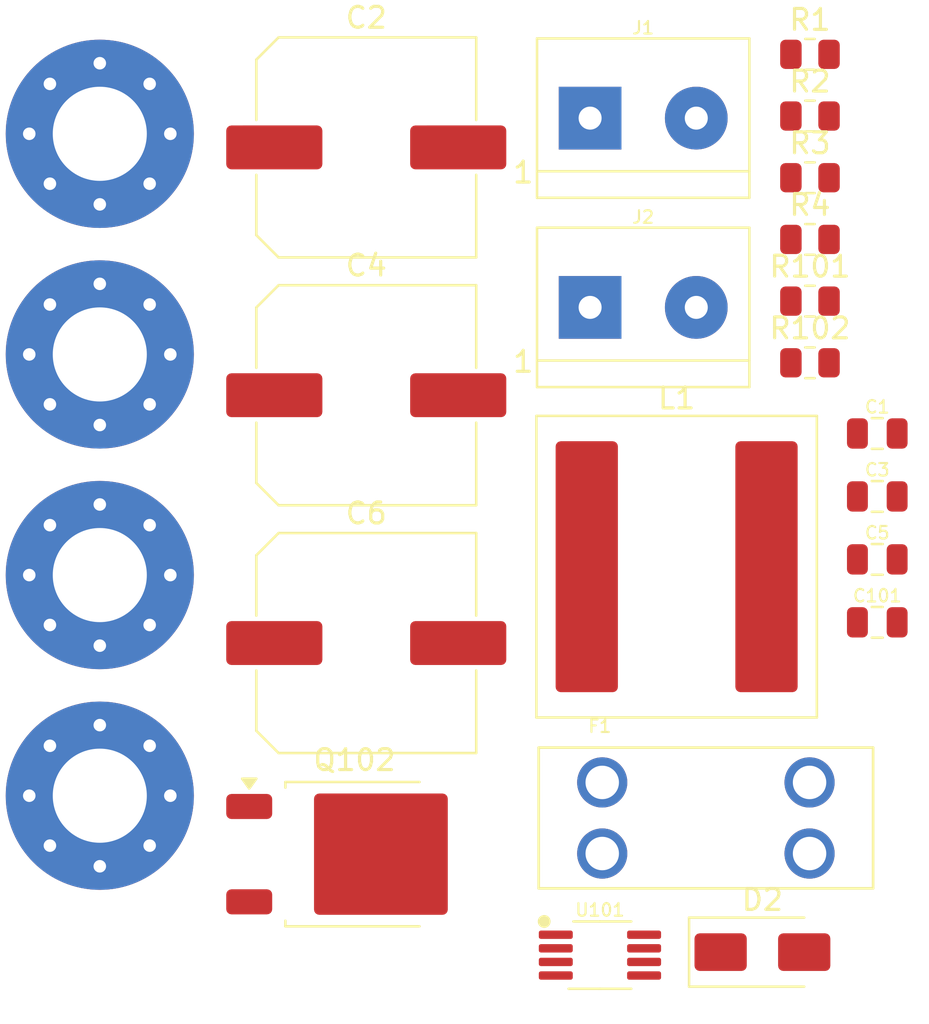
<source format=kicad_pcb>
(kicad_pcb (version 20241229) (generator "pcbnew") (generator_version "9.0")
  (layers (0 "F.Cu" signal) (2 "B.Cu" signal) (13 "F.Paste" user) (15 "B.Paste" user) (5 "F.SilkS" user "F.Silkscreen") (7 "B.SilkS" user "B.Silkscreen") (1 "F.Mask" user) (3 "B.Mask" user) (25 "Edge.Cuts" user))
  (net 0 "")
  (net 1 "Net-(U101-ADJ)")
  (net 2 "Net-(U101-VIN)")
  (net 3 "Net-(U101-VCC)")
  (net 4 "Net-(C101-Pad1)")
  (net 5 "Net-(U101-FB)")
  (net 6 "/Vout")
  (net 7 "GND")
  (net 8 "Net-(D2-K)")
  (net 9 "/Vin")
  (net 10 "Net-(Q102-S)")
  (net 11 "Net-(Q102-G)")
  (net 12 "Net-(SW102-B)")
  (footprint "rsx_misc:MountingHole_4.5mm_Pad_Via" (layer "F.Cu") (at 134.515 87.03)
    (property "Reference" "H2" (hide yes))
    (property "Value" "M4 PLATED")
    (pad "1" thru_hole circle (at -3.375 0) (size 0.9 0.9) (drill 0.6) (layers "*.Cu" "*.Mask") (net 7 "GND"))
    (pad "1" thru_hole circle (at -2.386485 -2.386485) (size 0.9 0.9) (drill 0.6) (layers "*.Cu" "*.Mask") (net 7 "GND"))
    (pad "1" thru_hole circle (at -2.386485 2.386485) (size 0.9 0.9) (drill 0.6) (layers "*.Cu" "*.Mask") (net 7 "GND"))
    (pad "1" thru_hole circle (at 0 -3.375) (size 0.9 0.9) (drill 0.6) (layers "*.Cu" "*.Mask") (net 7 "GND"))
    (pad "1" thru_hole circle (at 0 0) (size 9 9) (drill 4.5) (layers "*.Cu" "*.Mask") (net 7 "GND"))
    (pad "1" thru_hole circle (at 0 3.375) (size 0.9 0.9) (drill 0.6) (layers "*.Cu" "*.Mask") (net 7 "GND"))
    (pad "1" thru_hole circle (at 2.386485 -2.386485) (size 0.9 0.9) (drill 0.6) (layers "*.Cu" "*.Mask") (net 7 "GND"))
    (pad "1" thru_hole circle (at 2.386485 2.386485) (size 0.9 0.9) (drill 0.6) (layers "*.Cu" "*.Mask") (net 7 "GND"))
    (pad "1" thru_hole circle (at 3.375 0) (size 0.9 0.9) (drill 0.6) (layers "*.Cu" "*.Mask") (net 7 "GND"))
  )
  (footprint "Package_TO_SOT_SMD:TO-252-2" (layer "F.Cu") (at 146.705 110.925)
    (property "Reference" "Q102" (at 0 -4.5 0) (layer "F.SilkS"))
    (property "Value" "QM6015D")
    (fp_line (start -3.31 -3.45) (end -3.31 -3.18) (stroke (width 0.12)) (layer "F.SilkS"))
    (fp_line (start -3.31 3.45) (end -3.31 3.18) (stroke (width 0.12)) (layer "F.SilkS"))
    (fp_line (start 3.11 -3.45) (end -3.31 -3.45) (stroke (width 0.12)) (layer "F.SilkS"))
    (fp_line (start 3.11 3.45) (end -3.31 3.45) (stroke (width 0.12)) (layer "F.SilkS"))
    (fp_poly (pts (xy -5.04 -3.14) (xy -5.38 -3.61) (xy -4.7 -3.61)) (stroke (width 0.12)) (fill yes) (layer "F.SilkS"))
    (pad "1" smd roundrect (at -5.04 -2.28) (size 2.2 1.2) (layers "F.Cu" "F.Mask" "F.Paste") (roundrect_rratio 0.208333) (net 11 "Net-(Q102-G)"))
    (pad "2" smd roundrect (at 1.26 0) (size 6.4 5.8) (layers "F.Cu" "F.Mask") (roundrect_rratio 0.043103) (net 8 "Net-(D2-K)"))
    (pad "3" smd roundrect (at -5.04 2.28) (size 2.2 1.2) (layers "F.Cu" "F.Mask" "F.Paste") (roundrect_rratio 0.208333) (net 10 "Net-(Q102-S)"))
  )
  (footprint "rsx_resistors:R_0805_2012Metric" (layer "F.Cu") (at 168.495 75.63)
    (property "Reference" "R2" (at 0 -1.65 0) (layer "F.SilkS"))
    (property "Value" "2.1k")
    (fp_line (start -0.227064 -0.735) (end 0.227064 -0.735) (stroke (width 0.12)) (layer "F.SilkS"))
    (fp_line (start -0.227064 0.735) (end 0.227064 0.735) (stroke (width 0.12)) (layer "F.SilkS"))
    (pad "1" smd roundrect (at -0.9125 0) (size 1.025 1.4) (layers "F.Cu" "F.Mask" "F.Paste") (roundrect_rratio 0.243902) (net 2 "Net-(U101-VIN)"))
    (pad "2" smd roundrect (at 0.9125 0) (size 1.025 1.4) (layers "F.Cu" "F.Mask" "F.Paste") (roundrect_rratio 0.243902) (net 1 "Net-(U101-ADJ)"))
  )
  (footprint "rsx_resistors:R_0805_2012Metric" (layer "F.Cu") (at 168.495 87.43)
    (property "Reference" "R102" (at 0 -1.65 0) (layer "F.SilkS"))
    (property "Value" "66.5k")
    (fp_line (start -0.227064 -0.735) (end 0.227064 -0.735) (stroke (width 0.12)) (layer "F.SilkS"))
    (fp_line (start -0.227064 0.735) (end 0.227064 0.735) (stroke (width 0.12)) (layer "F.SilkS"))
    (pad "1" smd roundrect (at -0.9125 0) (size 1.025 1.4) (layers "F.Cu" "F.Mask" "F.Paste") (roundrect_rratio 0.243902) (net 8 "Net-(D2-K)"))
    (pad "2" smd roundrect (at 0.9125 0) (size 1.025 1.4) (layers "F.Cu" "F.Mask" "F.Paste") (roundrect_rratio 0.243902) (net 4 "Net-(C101-Pad1)"))
  )
  (footprint "Capacitor_SMD:C_Elec_10x10.2" (layer "F.Cu") (at 147.265 77.13)
    (property "Reference" "C2" (at 0 -6.2 0) (layer "F.SilkS"))
    (property "Value" "0.47u")
    (fp_line (start -5.26 -4.195563) (end -5.26 -1.31) (stroke (width 0.12)) (layer "F.SilkS"))
    (fp_line (start -5.26 -4.195563) (end -4.195563 -5.26) (stroke (width 0.12)) (layer "F.SilkS"))
    (fp_line (start -5.26 4.195563) (end -5.26 1.31) (stroke (width 0.12)) (layer "F.SilkS"))
    (fp_line (start -5.26 4.195563) (end -4.195563 5.26) (stroke (width 0.12)) (layer "F.SilkS"))
    (fp_line (start -4.195563 -5.26) (end 5.26 -5.26) (stroke (width 0.12)) (layer "F.SilkS"))
    (fp_line (start -4.195563 5.26) (end 5.26 5.26) (stroke (width 0.12)) (layer "F.SilkS"))
    (fp_line (start 5.26 -5.26) (end 5.26 -1.31) (stroke (width 0.12)) (layer "F.SilkS"))
    (fp_line (start 5.26 5.26) (end 5.26 1.31) (stroke (width 0.12)) (layer "F.SilkS"))
    (pad "1" smd roundrect (at -4.4 0) (size 4.6 2.1) (layers "F.Cu" "F.Mask" "F.Paste") (roundrect_rratio 0.119048) (net 2 "Net-(U101-VIN)"))
    (pad "2" smd roundrect (at 4.4 0) (size 4.6 2.1) (layers "F.Cu" "F.Mask" "F.Paste") (roundrect_rratio 0.119048) (net 3 "Net-(U101-VCC)"))
  )
  (footprint "rsx_resistors:R_0805_2012Metric" (layer "F.Cu") (at 168.495 81.53)
    (property "Reference" "R4" (at 0 -1.65 0) (layer "F.SilkS"))
    (property "Value" "R")
    (fp_line (start -0.227064 -0.735) (end 0.227064 -0.735) (stroke (width 0.12)) (layer "F.SilkS"))
    (fp_line (start -0.227064 0.735) (end 0.227064 0.735) (stroke (width 0.12)) (layer "F.SilkS"))
    (pad "1" smd roundrect (at -0.9125 0) (size 1.025 1.4) (layers "F.Cu" "F.Mask" "F.Paste") (roundrect_rratio 0.243902) (net 5 "Net-(U101-FB)"))
    (pad "2" smd roundrect (at 0.9125 0) (size 1.025 1.4) (layers "F.Cu" "F.Mask" "F.Paste") (roundrect_rratio 0.243902) (net 7 "GND"))
  )
  (footprint "rsx_capacitors:C_0805_2012Metric" (layer "F.Cu") (at 171.715 93.82)
    (property "Reference" "C3" (at 0 -1.27 0) (layer "F.SilkS") (effects (font (size 0.6 0.6) (thickness 0.1))))
    (property "Value" "0.1u")
    (fp_line (start -0.261252 -0.735) (end 0.261252 -0.735) (stroke (width 0.12)) (layer "F.SilkS"))
    (fp_line (start -0.261252 0.735) (end 0.261252 0.735) (stroke (width 0.12)) (layer "F.SilkS"))
    (pad "1" smd roundrect (at -0.95 0) (size 1 1.45) (layers "F.Cu" "F.Mask" "F.Paste") (net 4 "Net-(C101-Pad1)"))
    (pad "2" smd roundrect (at 0.95 0) (size 1 1.45) (layers "F.Cu" "F.Mask" "F.Paste") (net 5 "Net-(U101-FB)"))
  )
  (footprint "rsx_capacitors:C_0805_2012Metric" (layer "F.Cu") (at 171.715 96.83)
    (property "Reference" "C5" (at 0 -1.27 0) (layer "F.SilkS") (effects (font (size 0.6 0.6) (thickness 0.1))))
    (property "Value" "1u")
    (fp_line (start -0.261252 -0.735) (end 0.261252 -0.735) (stroke (width 0.12)) (layer "F.SilkS"))
    (fp_line (start -0.261252 0.735) (end 0.261252 0.735) (stroke (width 0.12)) (layer "F.SilkS"))
    (pad "1" smd roundrect (at -0.95 0) (size 1 1.45) (layers "F.Cu" "F.Mask" "F.Paste") (net 2 "Net-(U101-VIN)"))
    (pad "2" smd roundrect (at 0.95 0) (size 1 1.45) (layers "F.Cu" "F.Mask" "F.Paste") (net 7 "GND"))
  )
  (footprint "Inductor_SMD:L_Coilcraft_XAL1350-XXX" (layer "F.Cu") (at 162.115 97.18)
    (property "Reference" "L1" (at 0 -8.05 0) (layer "F.SilkS"))
    (property "Value" "15u")
    (fp_line (start -6.71 -7.21) (end 6.71 -7.21) (stroke (width 0.12)) (layer "F.SilkS"))
    (fp_line (start -6.71 7.21) (end -6.71 -7.21) (stroke (width 0.12)) (layer "F.SilkS"))
    (fp_line (start 6.71 -7.21) (end 6.71 7.21) (stroke (width 0.12)) (layer "F.SilkS"))
    (fp_line (start 6.71 7.21) (end -6.71 7.21) (stroke (width 0.12)) (layer "F.SilkS"))
    (pad "1" smd roundrect (at -4.3 0) (size 2.98 12) (layers "F.Cu" "F.Mask" "F.Paste") (roundrect_rratio 0.083893) (net 8 "Net-(D2-K)"))
    (pad "2" smd roundrect (at 4.3 0) (size 2.98 12) (layers "F.Cu" "F.Mask" "F.Paste") (roundrect_rratio 0.083893) (net 6 "/Vout"))
  )
  (footprint "rsx_packages_SO:MSOP-8_3x3mm_P0.65mm_DL" (layer "F.Cu") (at 158.445 115.752988)
    (property "Reference" "U101" (at 0 -2.159 0) (layer "F.SilkS") (effects (font (size 0.6 0.6) (thickness 0.1))))
    (property "Value" "LM25085MM")
    (fp_line (start 0 -1.61) (end -1.27 -1.61) (stroke (width 0.12)) (layer "F.SilkS"))
    (fp_line (start 0 -1.61) (end 1.5 -1.61) (stroke (width 0.12)) (layer "F.SilkS"))
    (fp_line (start 0 1.61) (end -1.5 1.61) (stroke (width 0.12)) (layer "F.SilkS"))
    (fp_line (start 0 1.61) (end 1.5 1.61) (stroke (width 0.12)) (layer "F.SilkS"))
    (fp_circle (center -2.667 -1.61) (end -2.419012 -1.61) (stroke (width 0.12)) (fill yes) (layer "F.SilkS"))
    (pad "1" smd roundrect (at -2.1125 -0.975) (size 1.625 0.4) (layers "F.Cu" "F.Mask" "F.Paste") (net 1 "Net-(U101-ADJ)"))
    (pad "2" smd roundrect (at -2.1125 -0.325) (size 1.625 0.4) (layers "F.Cu" "F.Mask" "F.Paste") (net 12 "Net-(SW102-B)"))
    (pad "3" smd roundrect (at -2.1125 0.325) (size 1.625 0.4) (layers "F.Cu" "F.Mask" "F.Paste") (net 5 "Net-(U101-FB)"))
    (pad "4" smd roundrect (at -2.1125 0.975) (size 1.625 0.4) (layers "F.Cu" "F.Mask" "F.Paste") (net 7 "GND"))
    (pad "5" smd roundrect (at 2.1125 0.975) (size 1.625 0.4) (layers "F.Cu" "F.Mask" "F.Paste") (net 10 "Net-(Q102-S)"))
    (pad "6" smd roundrect (at 2.1125 0.325) (size 1.625 0.4) (layers "F.Cu" "F.Mask" "F.Paste") (net 11 "Net-(Q102-G)"))
    (pad "7" smd roundrect (at 2.1125 -0.325) (size 1.625 0.4) (layers "F.Cu" "F.Mask" "F.Paste") (net 3 "Net-(U101-VCC)"))
    (pad "8" smd roundrect (at 2.1125 -0.975) (size 1.625 0.4) (layers "F.Cu" "F.Mask" "F.Paste") (net 2 "Net-(U101-VIN)"))
  )
  (footprint "rsx_resistors:R_0805_2012Metric" (layer "F.Cu") (at 168.495 78.58)
    (property "Reference" "R3" (at 0 -1.65 0) (layer "F.SilkS"))
    (property "Value" "10k")
    (fp_line (start -0.227064 -0.735) (end 0.227064 -0.735) (stroke (width 0.12)) (layer "F.SilkS"))
    (fp_line (start -0.227064 0.735) (end 0.227064 0.735) (stroke (width 0.12)) (layer "F.SilkS"))
    (pad "1" smd roundrect (at -0.9125 0) (size 1.025 1.4) (layers "F.Cu" "F.Mask" "F.Paste") (roundrect_rratio 0.243902) (net 6 "/Vout"))
    (pad "2" smd roundrect (at 0.9125 0) (size 1.025 1.4) (layers "F.Cu" "F.Mask" "F.Paste") (roundrect_rratio 0.243902) (net 5 "Net-(U101-FB)"))
  )
  (footprint "rsx_misc:MountingHole_4.5mm_Pad_Via" (layer "F.Cu") (at 134.515 76.48)
    (property "Reference" "H1" (hide yes))
    (property "Value" "M4 PLATED")
    (pad "1" thru_hole circle (at -3.375 0) (size 0.9 0.9) (drill 0.6) (layers "*.Cu" "*.Mask") (net 7 "GND"))
    (pad "1" thru_hole circle (at -2.386485 -2.386485) (size 0.9 0.9) (drill 0.6) (layers "*.Cu" "*.Mask") (net 7 "GND"))
    (pad "1" thru_hole circle (at -2.386485 2.386485) (size 0.9 0.9) (drill 0.6) (layers "*.Cu" "*.Mask") (net 7 "GND"))
    (pad "1" thru_hole circle (at 0 -3.375) (size 0.9 0.9) (drill 0.6) (layers "*.Cu" "*.Mask") (net 7 "GND"))
    (pad "1" thru_hole circle (at 0 0) (size 9 9) (drill 4.5) (layers "*.Cu" "*.Mask") (net 7 "GND"))
    (pad "1" thru_hole circle (at 0 3.375) (size 0.9 0.9) (drill 0.6) (layers "*.Cu" "*.Mask") (net 7 "GND"))
    (pad "1" thru_hole circle (at 2.386485 -2.386485) (size 0.9 0.9) (drill 0.6) (layers "*.Cu" "*.Mask") (net 7 "GND"))
    (pad "1" thru_hole circle (at 2.386485 2.386485) (size 0.9 0.9) (drill 0.6) (layers "*.Cu" "*.Mask") (net 7 "GND"))
    (pad "1" thru_hole circle (at 3.375 0) (size 0.9 0.9) (drill 0.6) (layers "*.Cu" "*.Mask") (net 7 "GND"))
  )
  (footprint "rsx_capacitors:C_0805_2012Metric" (layer "F.Cu") (at 171.715 90.81)
    (property "Reference" "C1" (at 0 -1.27 0) (layer "F.SilkS") (effects (font (size 0.6 0.6) (thickness 0.1))))
    (property "Value" "1000p")
    (fp_line (start -0.261252 -0.735) (end 0.261252 -0.735) (stroke (width 0.12)) (layer "F.SilkS"))
    (fp_line (start -0.261252 0.735) (end 0.261252 0.735) (stroke (width 0.12)) (layer "F.SilkS"))
    (pad "1" smd roundrect (at -0.95 0) (size 1 1.45) (layers "F.Cu" "F.Mask" "F.Paste") (net 2 "Net-(U101-VIN)"))
    (pad "2" smd roundrect (at 0.95 0) (size 1 1.45) (layers "F.Cu" "F.Mask" "F.Paste") (net 1 "Net-(U101-ADJ)"))
  )
  (footprint "Diode_SMD:D_SMA" (layer "F.Cu") (at 166.22 115.61)
    (property "Reference" "D2" (at 0 -2.5 0) (layer "F.SilkS"))
    (property "Value" "D_Schottky")
    (fp_line (start -3.51 -1.65) (end -3.51 1.65) (stroke (width 0.12)) (layer "F.SilkS"))
    (fp_line (start -3.51 -1.65) (end 2 -1.65) (stroke (width 0.12)) (layer "F.SilkS"))
    (fp_line (start -3.51 1.65) (end 2 1.65) (stroke (width 0.12)) (layer "F.SilkS"))
    (pad "1" smd roundrect (at -2 0) (size 2.5 1.8) (layers "F.Cu" "F.Mask" "F.Paste") (roundrect_rratio 0.1388888889) (net 8 "Net-(D2-K)"))
    (pad "2" smd roundrect (at 2 0) (size 2.5 1.8) (layers "F.Cu" "F.Mask" "F.Paste") (roundrect_rratio 0.1388888889) (net 7 "GND"))
  )
  (footprint "Capacitor_SMD:C_Elec_10x10.2" (layer "F.Cu") (at 147.265 100.83)
    (property "Reference" "C6" (at 0 -6.2 0) (layer "F.SilkS"))
    (property "Value" "33 u")
    (fp_line (start -5.26 -4.195563) (end -5.26 -1.31) (stroke (width 0.12)) (layer "F.SilkS"))
    (fp_line (start -5.26 -4.195563) (end -4.195563 -5.26) (stroke (width 0.12)) (layer "F.SilkS"))
    (fp_line (start -5.26 4.195563) (end -5.26 1.31) (stroke (width 0.12)) (layer "F.SilkS"))
    (fp_line (start -5.26 4.195563) (end -4.195563 5.26) (stroke (width 0.12)) (layer "F.SilkS"))
    (fp_line (start -4.195563 -5.26) (end 5.26 -5.26) (stroke (width 0.12)) (layer "F.SilkS"))
    (fp_line (start -4.195563 5.26) (end 5.26 5.26) (stroke (width 0.12)) (layer "F.SilkS"))
    (fp_line (start 5.26 -5.26) (end 5.26 -1.31) (stroke (width 0.12)) (layer "F.SilkS"))
    (fp_line (start 5.26 5.26) (end 5.26 1.31) (stroke (width 0.12)) (layer "F.SilkS"))
    (pad "1" smd roundrect (at -4.4 0) (size 4.6 2.1) (layers "F.Cu" "F.Mask" "F.Paste") (roundrect_rratio 0.119048) (net 2 "Net-(U101-VIN)"))
    (pad "2" smd roundrect (at 4.4 0) (size 4.6 2.1) (layers "F.Cu" "F.Mask" "F.Paste") (roundrect_rratio 0.119048) (net 7 "GND"))
  )
  (footprint "rsx_resistors:R_0805_2012Metric" (layer "F.Cu") (at 168.495 84.48)
    (property "Reference" "R101" (at 0 -1.65 0) (layer "F.SilkS"))
    (property "Value" "0.01")
    (fp_line (start -0.227064 -0.735) (end 0.227064 -0.735) (stroke (width 0.12)) (layer "F.SilkS"))
    (fp_line (start -0.227064 0.735) (end 0.227064 0.735) (stroke (width 0.12)) (layer "F.SilkS"))
    (pad "1" smd roundrect (at -0.9125 0) (size 1.025 1.4) (layers "F.Cu" "F.Mask" "F.Paste") (roundrect_rratio 0.243902) (net 10 "Net-(Q102-S)"))
    (pad "2" smd roundrect (at 0.9125 0) (size 1.025 1.4) (layers "F.Cu" "F.Mask" "F.Paste") (roundrect_rratio 0.243902) (net 2 "Net-(U101-VIN)"))
  )
  (footprint "rsx_fuses:FUSE_3568-10" (layer "F.Cu") (at 163.515 109.195)
    (property "Reference" "F1" (at -5.075 -4.385 0) (layer "F.SilkS") (effects (font (size 0.6 0.6) (thickness 0.1) (bold yes))))
    (property "Value" "Fuse_Holder_Auto")
    (fp_line (start -8 -3.365) (end 8 -3.365) (stroke (width 0.127)) (layer "F.SilkS"))
    (fp_line (start -8 3.365) (end -8 -3.365) (stroke (width 0.127)) (layer "F.SilkS"))
    (fp_line (start 8 -3.365) (end 8 3.365) (stroke (width 0.127)) (layer "F.SilkS"))
    (fp_line (start 8 3.365) (end -8 3.365) (stroke (width 0.127)) (layer "F.SilkS"))
    (pad "1" thru_hole circle (at -4.96 -1.7) (size 2.4 2.4) (drill 1.6) (layers "*.Cu" "*.Mask") (net 9 "/Vin"))
    (pad "1" thru_hole circle (at -4.96 1.7) (size 2.4 2.4) (drill 1.6) (layers "*.Cu" "*.Mask") (net 9 "/Vin"))
    (pad "2" thru_hole circle (at 4.96 -1.7) (size 2.4 2.4) (drill 1.6) (layers "*.Cu" "*.Mask") (net 2 "Net-(U101-VIN)"))
    (pad "2" thru_hole circle (at 4.96 1.7) (size 2.4 2.4) (drill 1.6) (layers "*.Cu" "*.Mask") (net 2 "Net-(U101-VIN)"))
  )
  (footprint "rsx_capacitors:C_0805_2012Metric" (layer "F.Cu") (at 171.715 99.84)
    (property "Reference" "C101" (at 0 -1.27 0) (layer "F.SilkS") (effects (font (size 0.6 0.6) (thickness 0.1))))
    (property "Value" "3300p")
    (fp_line (start -0.261252 -0.735) (end 0.261252 -0.735) (stroke (width 0.12)) (layer "F.SilkS"))
    (fp_line (start -0.261252 0.735) (end 0.261252 0.735) (stroke (width 0.12)) (layer "F.SilkS"))
    (pad "1" smd roundrect (at -0.95 0) (size 1 1.45) (layers "F.Cu" "F.Mask" "F.Paste") (net 4 "Net-(C101-Pad1)"))
    (pad "2" smd roundrect (at 0.95 0) (size 1 1.45) (layers "F.Cu" "F.Mask" "F.Paste") (net 6 "/Vout"))
  )
  (footprint "rsx_misc:MountingHole_4.5mm_Pad_Via" (layer "F.Cu") (at 134.515 97.58)
    (property "Reference" "H3" (hide yes))
    (property "Value" "M4 PLATED")
    (pad "1" thru_hole circle (at -3.375 0) (size 0.9 0.9) (drill 0.6) (layers "*.Cu" "*.Mask") (net 7 "GND"))
    (pad "1" thru_hole circle (at -2.386485 -2.386485) (size 0.9 0.9) (drill 0.6) (layers "*.Cu" "*.Mask") (net 7 "GND"))
    (pad "1" thru_hole circle (at -2.386485 2.386485) (size 0.9 0.9) (drill 0.6) (layers "*.Cu" "*.Mask") (net 7 "GND"))
    (pad "1" thru_hole circle (at 0 -3.375) (size 0.9 0.9) (drill 0.6) (layers "*.Cu" "*.Mask") (net 7 "GND"))
    (pad "1" thru_hole circle (at 0 0) (size 9 9) (drill 4.5) (layers "*.Cu" "*.Mask") (net 7 "GND"))
    (pad "1" thru_hole circle (at 0 3.375) (size 0.9 0.9) (drill 0.6) (layers "*.Cu" "*.Mask") (net 7 "GND"))
    (pad "1" thru_hole circle (at 2.386485 -2.386485) (size 0.9 0.9) (drill 0.6) (layers "*.Cu" "*.Mask") (net 7 "GND"))
    (pad "1" thru_hole circle (at 2.386485 2.386485) (size 0.9 0.9) (drill 0.6) (layers "*.Cu" "*.Mask") (net 7 "GND"))
    (pad "1" thru_hole circle (at 3.375 0) (size 0.9 0.9) (drill 0.6) (layers "*.Cu" "*.Mask") (net 7 "GND"))
  )
  (footprint "rsx_resistors:R_0805_2012Metric" (layer "F.Cu") (at 168.495 72.68)
    (property "Reference" "R1" (at 0 -1.65 0) (layer "F.SilkS"))
    (property "Value" "90.9k")
    (fp_line (start -0.227064 -0.735) (end 0.227064 -0.735) (stroke (width 0.12)) (layer "F.SilkS"))
    (fp_line (start -0.227064 0.735) (end 0.227064 0.735) (stroke (width 0.12)) (layer "F.SilkS"))
    (pad "1" smd roundrect (at -0.9125 0) (size 1.025 1.4) (layers "F.Cu" "F.Mask" "F.Paste") (roundrect_rratio 0.243902) (net 12 "Net-(SW102-B)"))
    (pad "2" smd roundrect (at 0.9125 0) (size 1.025 1.4) (layers "F.Cu" "F.Mask" "F.Paste") (roundrect_rratio 0.243902) (net 2 "Net-(U101-VIN)"))
  )
  (footprint "Capacitor_SMD:C_Elec_10x10.2" (layer "F.Cu") (at 147.265 88.98)
    (property "Reference" "C4" (at 0 -6.2 0) (layer "F.SilkS"))
    (property "Value" "100u")
    (fp_line (start -5.26 -4.195563) (end -5.26 -1.31) (stroke (width 0.12)) (layer "F.SilkS"))
    (fp_line (start -5.26 -4.195563) (end -4.195563 -5.26) (stroke (width 0.12)) (layer "F.SilkS"))
    (fp_line (start -5.26 4.195563) (end -5.26 1.31) (stroke (width 0.12)) (layer "F.SilkS"))
    (fp_line (start -5.26 4.195563) (end -4.195563 5.26) (stroke (width 0.12)) (layer "F.SilkS"))
    (fp_line (start -4.195563 -5.26) (end 5.26 -5.26) (stroke (width 0.12)) (layer "F.SilkS"))
    (fp_line (start -4.195563 5.26) (end 5.26 5.26) (stroke (width 0.12)) (layer "F.SilkS"))
    (fp_line (start 5.26 -5.26) (end 5.26 -1.31) (stroke (width 0.12)) (layer "F.SilkS"))
    (fp_line (start 5.26 5.26) (end 5.26 1.31) (stroke (width 0.12)) (layer "F.SilkS"))
    (pad "1" smd roundrect (at -4.4 0) (size 4.6 2.1) (layers "F.Cu" "F.Mask" "F.Paste") (roundrect_rratio 0.119048) (net 6 "/Vout"))
    (pad "2" smd roundrect (at 4.4 0) (size 4.6 2.1) (layers "F.Cu" "F.Mask" "F.Paste") (roundrect_rratio 0.119048) (net 7 "GND"))
  )
  (footprint "rsx_headers_screw:Molex_0398800302" (layer "F.Cu") (at 157.975 84.78)
    (property "Reference" "J2" (at 2.54 -4.318 0) (layer "F.SilkS") (effects (font (size 0.6 0.6) (thickness 0.1))))
    (property "Value" "Screw_Terminal_2x5.08")
    (fp_line (start -2.54 -3.81) (end -2.54 3.81) (stroke (width 0.12)) (layer "F.SilkS"))
    (fp_line (start -2.54 3.81) (end 7.62 3.81) (stroke (width 0.12)) (layer "F.SilkS"))
    (fp_line (start 7.62 -3.81) (end -2.54 -3.81) (stroke (width 0.12)) (layer "F.SilkS"))
    (fp_line (start 7.62 2.54) (end -2.54 2.54) (stroke (width 0.12)) (layer "F.SilkS"))
    (fp_line (start 7.62 3.81) (end 7.62 -3.81) (stroke (width 0.12)) (layer "F.SilkS"))
    (fp_text user "1" (at -3.2 2.6 0) (layer "F.SilkS"))
    (pad "1" thru_hole rect (at 0 0) (size 3 3) (drill 1.1) (layers "*.Cu" "*.Mask") (net 6 "/Vout"))
    (pad "2" thru_hole circle (at 5.08 0) (size 3 3) (drill 1.1) (layers "*.Cu" "*.Mask") (net 7 "GND"))
  )
  (footprint "rsx_misc:MountingHole_4.5mm_Pad_Via" (layer "F.Cu") (at 134.515 108.13)
    (property "Reference" "H4" (hide yes))
    (property "Value" "M4 PLATED")
    (pad "1" thru_hole circle (at -3.375 0) (size 0.9 0.9) (drill 0.6) (layers "*.Cu" "*.Mask") (net 7 "GND"))
    (pad "1" thru_hole circle (at -2.386485 -2.386485) (size 0.9 0.9) (drill 0.6) (layers "*.Cu" "*.Mask") (net 7 "GND"))
    (pad "1" thru_hole circle (at -2.386485 2.386485) (size 0.9 0.9) (drill 0.6) (layers "*.Cu" "*.Mask") (net 7 "GND"))
    (pad "1" thru_hole circle (at 0 -3.375) (size 0.9 0.9) (drill 0.6) (layers "*.Cu" "*.Mask") (net 7 "GND"))
    (pad "1" thru_hole circle (at 0 0) (size 9 9) (drill 4.5) (layers "*.Cu" "*.Mask") (net 7 "GND"))
    (pad "1" thru_hole circle (at 0 3.375) (size 0.9 0.9) (drill 0.6) (layers "*.Cu" "*.Mask") (net 7 "GND"))
    (pad "1" thru_hole circle (at 2.386485 -2.386485) (size 0.9 0.9) (drill 0.6) (layers "*.Cu" "*.Mask") (net 7 "GND"))
    (pad "1" thru_hole circle (at 2.386485 2.386485) (size 0.9 0.9) (drill 0.6) (layers "*.Cu" "*.Mask") (net 7 "GND"))
    (pad "1" thru_hole circle (at 3.375 0) (size 0.9 0.9) (drill 0.6) (layers "*.Cu" "*.Mask") (net 7 "GND"))
  )
  (footprint "rsx_headers_screw:Molex_0398800302" (layer "F.Cu") (at 157.975 75.73)
    (property "Reference" "J1" (at 2.54 -4.318 0) (layer "F.SilkS") (effects (font (size 0.6 0.6) (thickness 0.1))))
    (property "Value" "Screw_Terminal_2x5.08")
    (fp_line (start -2.54 -3.81) (end -2.54 3.81) (stroke (width 0.12)) (layer "F.SilkS"))
    (fp_line (start -2.54 3.81) (end 7.62 3.81) (stroke (width 0.12)) (layer "F.SilkS"))
    (fp_line (start 7.62 -3.81) (end -2.54 -3.81) (stroke (width 0.12)) (layer "F.SilkS"))
    (fp_line (start 7.62 2.54) (end -2.54 2.54) (stroke (width 0.12)) (layer "F.SilkS"))
    (fp_line (start 7.62 3.81) (end 7.62 -3.81) (stroke (width 0.12)) (layer "F.SilkS"))
    (fp_text user "1" (at -3.2 2.6 0) (layer "F.SilkS"))
    (pad "1" thru_hole rect (at 0 0) (size 3 3) (drill 1.1) (layers "*.Cu" "*.Mask") (net 9 "/Vin"))
    (pad "2" thru_hole circle (at 5.08 0) (size 3 3) (drill 1.1) (layers "*.Cu" "*.Mask") (net 7 "GND"))
  )
)
</source>
